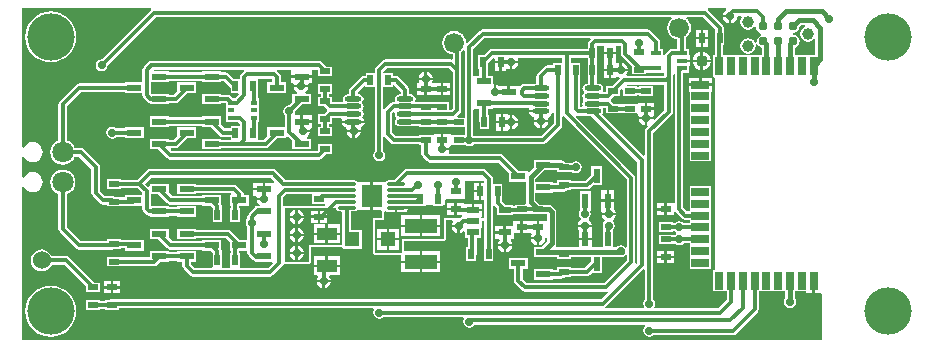
<source format=gtl>
%FSLAX24Y24*%
%MOIN*%
G70*
G01*
G75*
G04 Layer_Physical_Order=1*
G04 Layer_Color=255*
%ADD10R,0.0354X0.0197*%
%ADD11R,0.0197X0.0354*%
%ADD12O,0.0571X0.0177*%
%ADD13R,0.0512X0.0236*%
%ADD14R,0.0236X0.0165*%
%ADD15R,0.0236X0.0512*%
%ADD16R,0.0413X0.0236*%
%ADD17R,0.1102X0.0492*%
%ADD18O,0.0630X0.0118*%
%ADD19R,0.0661X0.0740*%
%ADD20R,0.0512X0.0512*%
%ADD21R,0.0669X0.0433*%
%ADD22C,0.0310*%
%ADD23R,0.0374X0.0177*%
%ADD24R,0.0276X0.0591*%
%ADD25R,0.0591X0.0276*%
%ADD26C,0.0150*%
%ADD27C,0.0120*%
%ADD28R,0.0591X0.0591*%
%ADD29C,0.0591*%
%ADD30C,0.0709*%
%ADD31C,0.0661*%
%ADD32C,0.0390*%
%ADD33C,0.0280*%
%ADD34C,0.0400*%
%ADD35C,0.0197*%
%ADD36C,0.1575*%
%ADD37C,0.0600*%
G36*
X28973Y20625D02*
Y20535D01*
X28919D01*
X28861Y20524D01*
X28812Y20491D01*
X28779Y20442D01*
X28768Y20384D01*
X28779Y20326D01*
X28783Y20321D01*
X28756Y20271D01*
X28728D01*
X28728Y20271D01*
X28673Y20260D01*
X28655Y20247D01*
X28627Y20229D01*
X28627Y20229D01*
X28449Y20051D01*
X28443Y20041D01*
X28393Y20057D01*
Y20763D01*
X28704D01*
Y20826D01*
X28754Y20844D01*
X28973Y20625D01*
D02*
G37*
G36*
X35196Y21663D02*
X35212D01*
Y21587D01*
X35196D01*
Y21113D01*
X35212D01*
Y20885D01*
X35169D01*
X35111Y20874D01*
X35062Y20841D01*
X35029Y20792D01*
X35018Y20734D01*
X35029Y20676D01*
X35062Y20627D01*
Y20585D01*
X35029Y20536D01*
X35018Y20478D01*
X35029Y20420D01*
X35054Y20384D01*
X35059Y20350D01*
X35054Y20316D01*
X35029Y20280D01*
X35018Y20222D01*
X35029Y20164D01*
X35033Y20159D01*
X35006Y20109D01*
X34943D01*
X34938Y20114D01*
Y21113D01*
X34954D01*
Y21587D01*
X34643D01*
Y21757D01*
X35196D01*
Y21663D01*
D02*
G37*
G36*
X30707Y21291D02*
Y20059D01*
X30663Y20015D01*
X30587D01*
Y20263D01*
X30365D01*
X30327Y20271D01*
X30327Y20271D01*
X29476D01*
X29449Y20321D01*
X29453Y20326D01*
X29464Y20384D01*
X29453Y20442D01*
X29420Y20491D01*
X29371Y20524D01*
X29313Y20535D01*
X29259D01*
Y20684D01*
X29248Y20738D01*
X29236Y20757D01*
X29217Y20785D01*
X29217Y20785D01*
X28901Y21101D01*
X28855Y21132D01*
X28800Y21143D01*
X28800Y21143D01*
X28704D01*
Y21237D01*
X28393D01*
Y21291D01*
X28509Y21407D01*
X30591D01*
X30707Y21291D01*
D02*
G37*
G36*
X34357Y21587D02*
X34046D01*
Y21493D01*
X33850D01*
X33850Y21493D01*
X33795Y21482D01*
X33749Y21451D01*
X33533Y21235D01*
X33502Y21188D01*
X33491Y21134D01*
X33491Y21134D01*
Y20885D01*
X33437D01*
X33393Y20877D01*
X33084D01*
X33084Y20877D01*
X33029Y20866D01*
X32983Y20835D01*
X32983Y20835D01*
X32966Y20818D01*
X32919Y20818D01*
Y20818D01*
X32919Y20818D01*
X32603D01*
Y20600D01*
X32523D01*
Y20818D01*
X32210D01*
X32198Y20826D01*
X32144Y20837D01*
Y20600D01*
X32064D01*
Y20864D01*
X32053Y20874D01*
Y21152D01*
X31879D01*
Y21568D01*
X31879Y21572D01*
X32047Y21740D01*
X32097Y21720D01*
Y21640D01*
X32295D01*
Y21600D01*
X32335D01*
Y21323D01*
X32494D01*
Y21363D01*
X32538Y21386D01*
X32556Y21374D01*
X32610Y21363D01*
Y21600D01*
X32650D01*
Y21640D01*
X32887D01*
X32876Y21694D01*
X32863Y21713D01*
X32887Y21757D01*
X34357D01*
Y21587D01*
D02*
G37*
G36*
X34884Y19823D02*
X35125D01*
X35169Y19815D01*
X35316D01*
X36857Y18273D01*
Y14912D01*
X36828Y14890D01*
X36787Y14920D01*
X36793Y14950D01*
X36793Y14950D01*
Y17750D01*
X36793Y17750D01*
X36782Y17805D01*
X36769Y17823D01*
X36751Y17851D01*
X36751Y17851D01*
X34811Y19791D01*
X34811Y19792D01*
X34841Y19832D01*
X34884Y19823D01*
D02*
G37*
G36*
X37757Y20009D02*
X37433Y19685D01*
X37387Y19709D01*
X37387Y19710D01*
X37190D01*
Y19513D01*
X37191Y19513D01*
X37215Y19467D01*
X37149Y19401D01*
X37118Y19355D01*
X37107Y19300D01*
X37107Y19300D01*
Y18498D01*
X37057Y18477D01*
X35672Y19862D01*
X35703Y19908D01*
X35714Y19966D01*
X35703Y20024D01*
X35699Y20029D01*
X35726Y20079D01*
X35813D01*
Y19896D01*
X36287D01*
Y19912D01*
X36363D01*
Y19896D01*
X36823D01*
X36837Y19896D01*
X36873Y19862D01*
Y19856D01*
X36877D01*
X36916Y19806D01*
X36913Y19790D01*
X37387D01*
X37383Y19806D01*
X37423Y19856D01*
X37427D01*
Y20015D01*
X37150D01*
Y20055D01*
X37110D01*
Y20253D01*
X36873D01*
Y20248D01*
X36873Y20248D01*
X36837Y20213D01*
X36823Y20213D01*
X36363D01*
Y20197D01*
X36287D01*
Y20213D01*
X36093D01*
X35987Y20319D01*
X35981Y20335D01*
Y20365D01*
X35987Y20381D01*
X36093Y20487D01*
X36287D01*
Y20674D01*
X36315Y20697D01*
X36363Y20676D01*
Y20487D01*
X36837D01*
Y20503D01*
X36913D01*
Y20487D01*
X37387D01*
Y20804D01*
X36913D01*
Y20788D01*
X36837D01*
Y20804D01*
X36532D01*
X36505Y20854D01*
X36508Y20857D01*
X37757D01*
Y20009D01*
D02*
G37*
G36*
X39453Y22696D02*
Y22637D01*
X39437D01*
Y22163D01*
X39438D01*
Y21838D01*
X39383D01*
Y21177D01*
Y21177D01*
X39383Y21171D01*
Y21167D01*
X39382Y21155D01*
X39380Y21145D01*
X39375Y21126D01*
X39375Y21125D01*
X39369Y21113D01*
X39356Y21105D01*
X39345Y21100D01*
X39328Y21093D01*
X39315Y21091D01*
X39315D01*
X39309Y21091D01*
X39307D01*
X38999D01*
Y20893D01*
X39354D01*
Y21041D01*
X39354Y21047D01*
Y21051D01*
X39355Y21063D01*
X39357Y21073D01*
X39362Y21092D01*
X39362Y21093D01*
X39369Y21105D01*
X39382Y21113D01*
X39392Y21118D01*
X39394Y21119D01*
X39440Y21085D01*
X39441Y21082D01*
X39441Y14708D01*
X39406Y14673D01*
X39383D01*
Y13962D01*
X39832D01*
Y13684D01*
X39541Y13393D01*
X37446D01*
X37419Y13443D01*
X37438Y13472D01*
X37454Y13550D01*
X37438Y13628D01*
X37394Y13694D01*
X37393Y13695D01*
Y19241D01*
X38001Y19849D01*
X38001Y19849D01*
X38032Y19895D01*
X38043Y19950D01*
X38043Y19950D01*
Y21100D01*
Y21185D01*
X38093Y21212D01*
X38107Y21202D01*
Y16931D01*
X38077Y16894D01*
X38057Y16894D01*
X37840D01*
Y16695D01*
Y16497D01*
X38077D01*
Y16617D01*
X38127Y16632D01*
X38149Y16599D01*
X38358Y16390D01*
X38358Y16390D01*
X38404Y16359D01*
X38459Y16348D01*
X38459Y16348D01*
X38604D01*
Y16293D01*
Y16240D01*
X38398D01*
X38397Y16241D01*
X38331Y16286D01*
X38253Y16301D01*
X38175Y16286D01*
X38118Y16247D01*
X38037D01*
Y16263D01*
X37563D01*
Y15946D01*
X38037D01*
Y15962D01*
X38103D01*
X38109Y15953D01*
X38144Y15930D01*
Y15869D01*
X38106Y15844D01*
X38102Y15838D01*
X38037D01*
Y15854D01*
X37563D01*
Y15537D01*
X38037D01*
Y15553D01*
X38111D01*
X38172Y15512D01*
X38250Y15496D01*
X38328Y15512D01*
X38394Y15556D01*
X38398Y15561D01*
X38604D01*
Y15506D01*
Y15112D01*
Y14718D01*
X39314D01*
Y15112D01*
Y15506D01*
Y15899D01*
Y16293D01*
Y16687D01*
Y17081D01*
Y17476D01*
X38604D01*
Y17081D01*
Y16687D01*
Y16634D01*
X38518D01*
X38393Y16759D01*
Y21246D01*
X38580D01*
Y21461D01*
X38620D01*
Y21610D01*
X38333D01*
Y21690D01*
X38620D01*
Y21839D01*
X38580D01*
Y22054D01*
X38476D01*
Y22431D01*
X38529Y22471D01*
X38591Y22553D01*
X38631Y22648D01*
X38644Y22750D01*
X38631Y22852D01*
X38591Y22947D01*
X38529Y23029D01*
X38491Y23057D01*
X38508Y23107D01*
X39041D01*
X39453Y22696D01*
D02*
G37*
G36*
X34399Y19799D02*
X36507Y17691D01*
Y15440D01*
X36457Y15425D01*
X36444Y15444D01*
X36378Y15488D01*
X36300Y15504D01*
X36222Y15488D01*
X36156Y15444D01*
X36150Y15436D01*
X36052D01*
Y16018D01*
X36088Y16072D01*
X36104Y16150D01*
X36088Y16228D01*
X36044Y16294D01*
X36034Y16301D01*
Y16351D01*
X36073Y16377D01*
X36126Y16456D01*
X36137Y16510D01*
X35663D01*
X35674Y16456D01*
X35727Y16377D01*
X35766Y16351D01*
Y16301D01*
X35756Y16294D01*
X35712Y16228D01*
X35696Y16150D01*
X35710Y16079D01*
X35696Y16029D01*
X35696D01*
X35696Y16029D01*
Y15436D01*
X35344D01*
Y15673D01*
X34908D01*
Y15436D01*
X34400D01*
X34352Y15426D01*
X34321Y15432D01*
X34161D01*
X34134Y15482D01*
X34146Y15500D01*
X34158Y15561D01*
Y16600D01*
X34146Y16660D01*
X34112Y16712D01*
X34012Y16812D01*
X33960Y16846D01*
X33900Y16858D01*
X33876Y16853D01*
X33787D01*
Y16854D01*
X33615D01*
X33458Y17011D01*
Y17248D01*
X34029D01*
Y17283D01*
X34400D01*
X34455Y17294D01*
X34501Y17325D01*
X34515Y17346D01*
X34637D01*
Y17362D01*
X35191D01*
X35191Y17362D01*
X35246Y17373D01*
X35292Y17404D01*
X35386Y17497D01*
X35678D01*
Y18129D01*
X35322D01*
Y17837D01*
X35132Y17647D01*
X34637D01*
Y17663D01*
X34163D01*
Y17569D01*
X34029D01*
Y17604D01*
X33458D01*
Y17695D01*
X33759Y17996D01*
X34029D01*
Y18016D01*
X34163D01*
Y17937D01*
X34637D01*
X34637Y17937D01*
Y17937D01*
X34687Y17935D01*
X34722Y17912D01*
X34800Y17896D01*
X34878Y17912D01*
X34944Y17956D01*
X34988Y18022D01*
X35004Y18100D01*
X34988Y18178D01*
X34944Y18244D01*
X34878Y18288D01*
X34800Y18304D01*
X34722Y18288D01*
X34677Y18258D01*
X34461D01*
X34433Y18286D01*
X34382Y18320D01*
X34321Y18332D01*
X34029D01*
Y18352D01*
X33397D01*
Y18082D01*
X33249Y17933D01*
X33203Y17952D01*
Y17978D01*
X32910D01*
X32388Y18501D01*
X32341Y18532D01*
X32287Y18543D01*
X32287Y18543D01*
X30587D01*
X30563Y18587D01*
X30576Y18606D01*
X30587Y18660D01*
X30350D01*
Y18740D01*
X30587D01*
X30584Y18756D01*
X30623Y18806D01*
X30627D01*
Y18812D01*
X30663Y18846D01*
X31120D01*
X31172Y18812D01*
X31250Y18796D01*
X31328Y18812D01*
X31394Y18856D01*
X31398Y18862D01*
X33705D01*
X33705Y18862D01*
X33759Y18873D01*
X33806Y18904D01*
X34306Y19404D01*
X34306Y19404D01*
X34337Y19450D01*
X34347Y19505D01*
X34347Y19505D01*
Y19786D01*
X34397Y19801D01*
X34399Y19799D01*
D02*
G37*
G36*
X31748Y17650D02*
X31757Y17641D01*
Y17577D01*
X31645D01*
Y17300D01*
Y17023D01*
X31757D01*
Y16435D01*
X31722Y16400D01*
X31635D01*
Y16456D01*
X31675D01*
Y16634D01*
X31369D01*
Y16674D01*
X31328D01*
Y16892D01*
X31077D01*
Y16903D01*
X30840D01*
Y16705D01*
Y16506D01*
X31016D01*
X31025Y16494D01*
X31022Y16458D01*
X31007Y16434D01*
X30995Y16432D01*
X30949Y16401D01*
X30948Y16400D01*
X30400D01*
Y15700D01*
X29000D01*
Y15250D01*
X28100D01*
Y16350D01*
X28400D01*
Y16621D01*
X28431Y16635D01*
X28450Y16639D01*
X28499Y16606D01*
X28561Y16594D01*
X28777D01*
Y16756D01*
X28817D01*
Y16796D01*
X29252D01*
X29264Y16810D01*
X29498D01*
X29498Y16810D01*
X29511Y16813D01*
X29763D01*
Y16815D01*
X29799Y16850D01*
X30037D01*
Y16813D01*
X30354D01*
Y16815D01*
X30389Y16850D01*
X30450D01*
X30450Y17015D01*
X30485Y17050D01*
X31100Y17050D01*
X31100Y17650D01*
X31748Y17650D01*
D02*
G37*
G36*
X31107Y21992D02*
Y19754D01*
X30876D01*
X30856Y19804D01*
X30951Y19899D01*
X30951Y19899D01*
X30982Y19945D01*
X30993Y20000D01*
X30993Y20000D01*
Y21350D01*
X30993Y21350D01*
X30993Y21350D01*
Y21944D01*
X31029Y21971D01*
X31057Y22009D01*
X31107Y21992D01*
D02*
G37*
G36*
X33250Y20057D02*
X33258Y20033D01*
X33253Y20006D01*
X33634D01*
Y19926D01*
X33253D01*
X33259Y19893D01*
X33301Y19830D01*
X33363Y19789D01*
X33390Y19783D01*
X33398Y19774D01*
X33420Y19726D01*
X33413Y19690D01*
X33887D01*
X33878Y19732D01*
X33896Y19787D01*
X33904Y19789D01*
X33967Y19830D01*
X34008Y19893D01*
X34012Y19911D01*
X34062Y19906D01*
Y19564D01*
X33646Y19147D01*
X31393D01*
Y20009D01*
X31421Y20048D01*
X31594D01*
Y19618D01*
X31594Y19618D01*
X31596Y19606D01*
Y19363D01*
X31913D01*
Y19837D01*
X31879D01*
Y20048D01*
X32053D01*
Y20083D01*
X33236D01*
X33250Y20057D01*
D02*
G37*
G36*
X28774Y19901D02*
X28768Y19872D01*
X28779Y19814D01*
X28812Y19765D01*
Y19723D01*
X28779Y19674D01*
X28768Y19616D01*
X28779Y19558D01*
X28812Y19509D01*
X28861Y19476D01*
X28919Y19465D01*
X29313D01*
X29357Y19473D01*
X29563D01*
Y19437D01*
X30037D01*
Y19453D01*
X30113D01*
Y19437D01*
X30587D01*
Y19453D01*
X30663D01*
Y19437D01*
X31107D01*
Y19199D01*
X31072Y19163D01*
X30663D01*
X30627Y19198D01*
Y19203D01*
X30390D01*
Y19005D01*
X30310D01*
Y19203D01*
X30073D01*
Y19198D01*
X30037Y19163D01*
X29563D01*
Y19147D01*
X28804D01*
X28693Y19259D01*
Y19891D01*
X28727Y19926D01*
X28774Y19901D01*
D02*
G37*
G36*
X36307Y22141D02*
Y21883D01*
X36307Y21883D01*
X36318Y21829D01*
X36349Y21783D01*
X36663Y21469D01*
Y21196D01*
X37137D01*
Y21251D01*
X37220D01*
Y21246D01*
X37714D01*
Y21246D01*
X37757Y21229D01*
Y21159D01*
X37741Y21143D01*
X36505D01*
X36484Y21193D01*
X36526Y21256D01*
X36537Y21310D01*
X36300D01*
Y21350D01*
X36260D01*
Y21587D01*
X36206Y21576D01*
X36188Y21564D01*
X36144Y21587D01*
Y21623D01*
Y21860D01*
X35747D01*
Y21623D01*
Y21390D01*
X35945D01*
Y21350D01*
X35985D01*
Y21073D01*
X36144D01*
Y21113D01*
X36188Y21136D01*
X36206Y21124D01*
X36248Y21116D01*
X36264Y21061D01*
X36007Y20804D01*
X35813D01*
Y20621D01*
X35726D01*
X35699Y20671D01*
X35703Y20676D01*
X35714Y20734D01*
X35703Y20792D01*
X35670Y20841D01*
X35621Y20874D01*
X35563Y20885D01*
X35497D01*
Y21113D01*
X35513D01*
Y21587D01*
X35497D01*
Y21663D01*
X35513D01*
Y22137D01*
X35555Y22157D01*
X35747D01*
Y21940D01*
X36144D01*
Y22157D01*
X36291D01*
X36307Y22141D01*
D02*
G37*
G36*
X35305Y22357D02*
X35254Y22306D01*
X35223Y22259D01*
X35212Y22205D01*
X35212Y22205D01*
Y22137D01*
X35196D01*
Y22043D01*
X32005D01*
X32005Y22043D01*
X31950Y22032D01*
X31904Y22001D01*
X31904Y22001D01*
X31740Y21837D01*
X31546D01*
Y21363D01*
X31594D01*
Y21187D01*
X31559Y21152D01*
X31421D01*
X31393Y21191D01*
Y22041D01*
X31759Y22407D01*
X35285D01*
X35305Y22357D01*
D02*
G37*
G36*
X42459Y22792D02*
X42450Y22790D01*
X42366Y22734D01*
X42310Y22650D01*
X42290Y22550D01*
X42310Y22450D01*
X42366Y22366D01*
X42450Y22310D01*
X42550Y22290D01*
X42649Y22310D01*
X42734Y22366D01*
X42742Y22378D01*
X42792Y22363D01*
Y21838D01*
X42101D01*
Y22091D01*
X42134Y22097D01*
X42205Y22145D01*
X42253Y22216D01*
X42269Y22300D01*
X42253Y22384D01*
X42205Y22455D01*
X42134Y22503D01*
X42050Y22519D01*
Y22581D01*
X42134Y22597D01*
X42205Y22645D01*
X42253Y22716D01*
X42268Y22795D01*
X42315Y22842D01*
X42454D01*
X42459Y22792D01*
D02*
G37*
G36*
X39815Y23348D02*
X39777Y23323D01*
X39724Y23244D01*
X39713Y23190D01*
X39950D01*
Y23150D01*
X39990D01*
Y22913D01*
X40044Y22924D01*
X40123Y22977D01*
X40176Y23056D01*
X40195Y23150D01*
X40201Y23157D01*
X40322D01*
X40348Y23107D01*
X40310Y23049D01*
X40290Y22950D01*
X40310Y22850D01*
X40366Y22766D01*
X40451Y22710D01*
X40550Y22690D01*
X40649Y22710D01*
X40734Y22766D01*
X40743Y22780D01*
X40796Y22769D01*
X40810Y22701D01*
X40866Y22616D01*
X40950Y22560D01*
X40974Y22555D01*
Y22504D01*
X40966Y22503D01*
X40895Y22455D01*
X40847Y22384D01*
X40831Y22300D01*
X40838Y22265D01*
Y22265D01*
X40839Y22260D01*
X40839Y22260D01*
X40837Y22260D01*
X40836Y22259D01*
X40792Y22250D01*
X40790Y22250D01*
X40790Y22250D01*
X40787Y22254D01*
Y22254D01*
X40734Y22334D01*
X40649Y22390D01*
X40550Y22410D01*
X40451Y22390D01*
X40366Y22334D01*
X40310Y22250D01*
X40290Y22150D01*
X40310Y22050D01*
X40366Y21966D01*
X40451Y21910D01*
X40550Y21890D01*
X40649Y21910D01*
X40734Y21966D01*
X40790Y22050D01*
X40810Y22150D01*
X40800Y22201D01*
Y22201D01*
X40799Y22206D01*
X40799Y22206D01*
X40801Y22206D01*
X40802Y22206D01*
X40846Y22216D01*
X40847Y22216D01*
X40848Y22216D01*
X40850Y22212D01*
Y22212D01*
X40895Y22145D01*
X40966Y22097D01*
X40997Y22091D01*
Y21838D01*
X39723D01*
Y22163D01*
X39754D01*
Y22637D01*
X39738D01*
Y22755D01*
X39738Y22755D01*
X39727Y22809D01*
X39696Y22856D01*
X39204Y23348D01*
X39204Y23359D01*
X39220Y23398D01*
X39800D01*
X39815Y23348D01*
D02*
G37*
G36*
X37107Y14685D02*
Y13695D01*
X37106Y13694D01*
X37062Y13628D01*
X37046Y13550D01*
X37062Y13472D01*
X37081Y13443D01*
X37054Y13393D01*
X35807D01*
X35791Y13443D01*
X35801Y13449D01*
X37057Y14705D01*
X37107Y14685D01*
D02*
G37*
G36*
X20646Y23359D02*
X20646Y23348D01*
X19002Y21704D01*
X19000Y21704D01*
X18922Y21688D01*
X18856Y21644D01*
X18812Y21578D01*
X18796Y21500D01*
X18812Y21422D01*
X18856Y21356D01*
X18922Y21312D01*
X19000Y21296D01*
X19078Y21312D01*
X19144Y21356D01*
X19188Y21422D01*
X19204Y21500D01*
X19204Y21502D01*
X20809Y23107D01*
X37992D01*
X38009Y23057D01*
X37971Y23029D01*
X37909Y22947D01*
X37869Y22852D01*
X37856Y22750D01*
X37869Y22648D01*
X37909Y22553D01*
X37971Y22471D01*
X38053Y22409D01*
X38148Y22369D01*
X38190Y22364D01*
Y22054D01*
X38086D01*
Y22049D01*
X38006D01*
X38006Y22049D01*
X37951Y22038D01*
X37905Y22007D01*
X37905Y22007D01*
X37799Y21901D01*
X37768Y21855D01*
X37764Y21834D01*
X37714Y21839D01*
Y22054D01*
X37610D01*
Y22283D01*
X37610Y22283D01*
X37599Y22338D01*
X37568Y22384D01*
X37568Y22384D01*
X37301Y22651D01*
X37255Y22682D01*
X37200Y22693D01*
X37200Y22693D01*
X31700D01*
X31700Y22693D01*
X31645Y22682D01*
X31599Y22651D01*
X31599Y22651D01*
X31193Y22245D01*
X31179Y22246D01*
X31142Y22265D01*
X31131Y22352D01*
X31091Y22447D01*
X31029Y22529D01*
X30947Y22591D01*
X30852Y22631D01*
X30750Y22644D01*
X30648Y22631D01*
X30553Y22591D01*
X30471Y22529D01*
X30409Y22447D01*
X30369Y22352D01*
X30356Y22250D01*
X30369Y22148D01*
X30409Y22053D01*
X30471Y21971D01*
X30553Y21909D01*
X30648Y21869D01*
X30707Y21862D01*
Y21732D01*
X30657Y21691D01*
X30650Y21693D01*
X30650Y21693D01*
X28450D01*
X28450Y21693D01*
X28395Y21682D01*
X28349Y21651D01*
X28349Y21651D01*
X28149Y21451D01*
X28118Y21405D01*
X28107Y21350D01*
X28107Y21350D01*
Y21237D01*
X27796D01*
Y21147D01*
X27750Y21143D01*
X27695Y21132D01*
X27649Y21101D01*
X27283Y20735D01*
X27252Y20688D01*
X27241Y20634D01*
X27241Y20634D01*
Y20535D01*
X27187D01*
X27129Y20524D01*
X27080Y20491D01*
X27047Y20442D01*
X27036Y20384D01*
X27047Y20326D01*
X27051Y20321D01*
X27024Y20271D01*
X26687D01*
Y20454D01*
X26593D01*
Y20546D01*
X26687D01*
Y20863D01*
X26213D01*
Y20546D01*
X26307D01*
Y20454D01*
X26213D01*
Y20137D01*
X26407D01*
X26513Y20031D01*
X26516Y20022D01*
Y19978D01*
X26513Y19969D01*
X26407Y19863D01*
X26213D01*
Y19546D01*
X26307D01*
Y19454D01*
X26213D01*
Y19137D01*
X26687D01*
Y19454D01*
X26593D01*
Y19546D01*
X26687D01*
Y19729D01*
X26980D01*
X27007Y19679D01*
X27003Y19656D01*
X27765D01*
X27758Y19690D01*
X27717Y19752D01*
X27691Y19769D01*
X27721Y19814D01*
X27732Y19872D01*
X27721Y19930D01*
X27696Y19966D01*
X27691Y20000D01*
X27696Y20034D01*
X27721Y20070D01*
X27732Y20128D01*
X27721Y20186D01*
X27688Y20235D01*
Y20277D01*
X27721Y20326D01*
X27732Y20384D01*
X27721Y20442D01*
X27688Y20491D01*
X27639Y20524D01*
X27581Y20535D01*
X27552D01*
X27537Y20585D01*
X27750Y20798D01*
X27796Y20779D01*
Y20763D01*
X28107D01*
Y18645D01*
X28106Y18644D01*
X28062Y18578D01*
X28046Y18500D01*
X28062Y18422D01*
X28106Y18356D01*
X28172Y18312D01*
X28250Y18296D01*
X28328Y18312D01*
X28394Y18356D01*
X28438Y18422D01*
X28454Y18500D01*
X28438Y18578D01*
X28394Y18644D01*
X28393Y18645D01*
Y19093D01*
X28443Y19109D01*
X28449Y19099D01*
X28644Y18904D01*
X28691Y18873D01*
X28745Y18862D01*
X28745Y18862D01*
X29563D01*
Y18846D01*
X29657D01*
Y18550D01*
X29657Y18550D01*
X29668Y18495D01*
X29699Y18449D01*
X29849Y18299D01*
X29895Y18268D01*
X29950Y18257D01*
X29950Y18257D01*
X32227D01*
X32571Y17914D01*
Y17622D01*
X33142D01*
Y16945D01*
X33150Y16904D01*
X33119Y16854D01*
X32763D01*
Y16817D01*
X32698D01*
Y16852D01*
X32455D01*
X32338Y16969D01*
Y17063D01*
X32354D01*
Y17537D01*
X32043D01*
Y17700D01*
X32043Y17700D01*
X32032Y17755D01*
X32001Y17801D01*
X32001Y17801D01*
X31801Y18001D01*
X31755Y18032D01*
X31700Y18043D01*
X31700Y18043D01*
X29173D01*
X29173Y18043D01*
X29119Y18032D01*
X29072Y18001D01*
X29072Y18001D01*
X28736Y17665D01*
X28561D01*
X28515Y17656D01*
X28476Y17630D01*
X28431Y17620D01*
X28431Y17620D01*
X28431Y17620D01*
X28040D01*
Y17150D01*
Y16680D01*
X28304D01*
X28339Y16644D01*
X28340Y16632D01*
X28335Y16621D01*
Y16415D01*
X28100D01*
X28054Y16396D01*
X28035Y16350D01*
Y15250D01*
X28054Y15204D01*
X28100Y15185D01*
X28989D01*
Y14990D01*
X29600D01*
Y15296D01*
X29065D01*
Y15635D01*
X30400D01*
X30446Y15654D01*
X30465Y15700D01*
Y16335D01*
X30675D01*
X30702Y16285D01*
X30674Y16244D01*
X30663Y16190D01*
X30900D01*
Y16150D01*
X30940D01*
Y15913D01*
X30994Y15924D01*
X31052Y15963D01*
X31102Y15937D01*
Y15748D01*
X31212D01*
Y15437D01*
X31146D01*
Y14963D01*
X31463D01*
Y15110D01*
X31487Y15145D01*
X31497Y15200D01*
Y15748D01*
X31635D01*
Y16082D01*
X31675D01*
Y16322D01*
X31715Y16331D01*
X31757Y16299D01*
Y15437D01*
X31737D01*
Y14963D01*
X32054D01*
Y15437D01*
X32043D01*
Y16797D01*
X32093Y16812D01*
X32094Y16809D01*
X32165Y16739D01*
Y16496D01*
X32698D01*
Y16531D01*
X32979D01*
X32979Y16531D01*
X33007Y16537D01*
X33237D01*
Y16553D01*
X33313D01*
Y16537D01*
X33787D01*
Y16537D01*
X33839D01*
X33842Y16535D01*
Y16347D01*
X33827Y16303D01*
X33792Y16303D01*
X33590D01*
Y16105D01*
X33510D01*
Y16303D01*
X33040D01*
Y16105D01*
Y15906D01*
X33313D01*
X33336Y15862D01*
X33324Y15844D01*
X33313Y15790D01*
X33550D01*
Y15750D01*
X33590D01*
Y15513D01*
X33644Y15524D01*
X33723Y15577D01*
X33776Y15656D01*
X33792Y15736D01*
X33842Y15731D01*
Y15626D01*
X33668Y15452D01*
X33397D01*
Y15096D01*
X34029D01*
Y15116D01*
X34163D01*
Y15037D01*
X34637D01*
Y15119D01*
X35322D01*
Y14960D01*
X35109Y14747D01*
X34637D01*
Y14763D01*
X34163D01*
Y14669D01*
X34029D01*
Y14704D01*
X33397D01*
Y14348D01*
X34029D01*
Y14383D01*
X34321D01*
X34321Y14383D01*
X34376Y14394D01*
X34422Y14425D01*
X34443Y14446D01*
X34637D01*
Y14462D01*
X35168D01*
X35168Y14462D01*
X35223Y14473D01*
X35269Y14504D01*
X35336Y14571D01*
X35678D01*
Y15119D01*
X36210D01*
X36222Y15112D01*
X36300Y15096D01*
X36378Y15112D01*
X36444Y15156D01*
X36457Y15175D01*
X36507Y15160D01*
Y15009D01*
X35741Y14243D01*
X33159D01*
X33029Y14373D01*
Y14722D01*
X33203D01*
Y15078D01*
X32571D01*
Y14722D01*
X32744D01*
Y14313D01*
X32744Y14313D01*
X32755Y14259D01*
X32786Y14212D01*
X32999Y13999D01*
X32999Y13999D01*
X33027Y13981D01*
X33045Y13968D01*
X33100Y13957D01*
X35800D01*
X35800Y13957D01*
X35843Y13966D01*
X35872Y13926D01*
X35873Y13925D01*
X35641Y13693D01*
X19300D01*
X19245Y13682D01*
X19217Y13663D01*
X19113D01*
Y13647D01*
X18937D01*
Y13663D01*
X18463D01*
Y13346D01*
X18937D01*
Y13362D01*
X19113D01*
Y13346D01*
X19587D01*
Y13407D01*
X28054D01*
X28081Y13357D01*
X28062Y13328D01*
X28046Y13250D01*
X28062Y13172D01*
X28106Y13106D01*
X28172Y13062D01*
X28250Y13046D01*
X28328Y13062D01*
X28394Y13106D01*
X28395Y13107D01*
X31054D01*
X31081Y13057D01*
X31062Y13028D01*
X31046Y12950D01*
X31062Y12872D01*
X31106Y12806D01*
X31172Y12762D01*
X31250Y12746D01*
X31328Y12762D01*
X31394Y12806D01*
X31429Y12857D01*
X37110D01*
X37125Y12807D01*
X37106Y12794D01*
X37062Y12728D01*
X37046Y12650D01*
X37062Y12572D01*
X37106Y12506D01*
X37172Y12462D01*
X37250Y12446D01*
X37328Y12462D01*
X37394Y12506D01*
X37395Y12507D01*
X40050D01*
X40050Y12507D01*
X40105Y12518D01*
X40151Y12549D01*
X40863Y13261D01*
X40863Y13261D01*
X40894Y13307D01*
X40905Y13362D01*
X40905Y13362D01*
Y13962D01*
X41785D01*
Y13731D01*
X41755Y13685D01*
X41739Y13607D01*
X41755Y13529D01*
X41799Y13463D01*
X41865Y13419D01*
X41943Y13403D01*
X42021Y13419D01*
X42087Y13463D01*
X42131Y13529D01*
X42147Y13607D01*
X42131Y13685D01*
X42101Y13731D01*
Y13962D01*
X42493D01*
Y13922D01*
X42690D01*
Y14317D01*
X42770D01*
Y13922D01*
X42968D01*
X43000Y13885D01*
Y12352D01*
X16352D01*
Y17433D01*
X16402Y17443D01*
X16407Y17431D01*
X16461Y17361D01*
X16531Y17307D01*
X16612Y17273D01*
X16700Y17262D01*
X16788Y17273D01*
X16869Y17307D01*
X16939Y17361D01*
X16993Y17431D01*
X17027Y17512D01*
X17038Y17600D01*
X17027Y17688D01*
X16993Y17769D01*
X16939Y17839D01*
X16869Y17893D01*
X16788Y17927D01*
X16700Y17938D01*
X16612Y17927D01*
X16531Y17893D01*
X16461Y17839D01*
X16407Y17769D01*
X16402Y17757D01*
X16352Y17767D01*
Y18433D01*
X16402Y18443D01*
X16407Y18431D01*
X16461Y18361D01*
X16531Y18307D01*
X16612Y18273D01*
X16700Y18262D01*
X16788Y18273D01*
X16869Y18307D01*
X16939Y18361D01*
X16993Y18431D01*
X17027Y18512D01*
X17038Y18600D01*
X17027Y18688D01*
X16993Y18769D01*
X16939Y18839D01*
X16869Y18893D01*
X16788Y18927D01*
X16700Y18938D01*
X16612Y18927D01*
X16531Y18893D01*
X16461Y18839D01*
X16407Y18769D01*
X16402Y18757D01*
X16352Y18767D01*
Y23398D01*
X20630D01*
X20646Y23359D01*
D02*
G37*
%LPC*%
G36*
X32392Y16144D02*
X32125D01*
Y15966D01*
X32392D01*
Y16144D01*
D02*
G37*
G36*
X19627Y14055D02*
X19390D01*
Y13897D01*
X19627D01*
Y14055D01*
D02*
G37*
G36*
X28896Y16056D02*
X28581D01*
Y15740D01*
X28896D01*
Y16056D01*
D02*
G37*
G36*
X35304Y17303D02*
X34948D01*
Y16682D01*
X34912Y16628D01*
X34896Y16550D01*
X34912Y16472D01*
X34956Y16406D01*
X34966Y16399D01*
Y16349D01*
X34927Y16323D01*
X34874Y16244D01*
X34863Y16190D01*
X35337D01*
X35326Y16244D01*
X35273Y16323D01*
X35234Y16349D01*
Y16399D01*
X35244Y16406D01*
X35288Y16472D01*
X35304Y16550D01*
X35290Y16621D01*
X35304Y16671D01*
X35304D01*
X35304Y16671D01*
Y17303D01*
D02*
G37*
G36*
X29600Y16110D02*
X28989D01*
Y15804D01*
X29600D01*
Y16110D01*
D02*
G37*
G36*
X30291D02*
X29680D01*
Y15804D01*
X30291D01*
Y16110D01*
D02*
G37*
G36*
X30860Y16110D02*
X30663D01*
X30674Y16056D01*
X30727Y15977D01*
X30806Y15924D01*
X30860Y15913D01*
Y16110D01*
D02*
G37*
G36*
X35337D02*
X34863D01*
X34874Y16056D01*
X34908Y16006D01*
Y15753D01*
X35344D01*
Y16069D01*
X35344D01*
X35332Y16084D01*
X35337Y16110D01*
D02*
G37*
G36*
X29227Y16716D02*
X28857D01*
Y16594D01*
X29073D01*
X29135Y16606D01*
X29188Y16642D01*
X29223Y16694D01*
X29227Y16716D01*
D02*
G37*
G36*
X17300Y14152D02*
X17134Y14135D01*
X16974Y14087D01*
X16827Y14008D01*
X16698Y13902D01*
X16592Y13773D01*
X16513Y13626D01*
X16465Y13466D01*
X16449Y13300D01*
X16465Y13134D01*
X16513Y12974D01*
X16592Y12827D01*
X16698Y12698D01*
X16827Y12592D01*
X16974Y12513D01*
X17134Y12465D01*
X17300Y12449D01*
X17466Y12465D01*
X17626Y12513D01*
X17773Y12592D01*
X17902Y12698D01*
X18008Y12827D01*
X18087Y12974D01*
X18135Y13134D01*
X18152Y13300D01*
X18135Y13466D01*
X18087Y13626D01*
X18008Y13773D01*
X17902Y13902D01*
X17773Y14008D01*
X17626Y14087D01*
X17466Y14135D01*
X17300Y14152D01*
D02*
G37*
G36*
X36092Y16947D02*
X35656D01*
Y16631D01*
X35656D01*
X35668Y16616D01*
X35663Y16590D01*
X36137D01*
X36126Y16644D01*
X36092Y16694D01*
Y16947D01*
D02*
G37*
G36*
X30760Y16903D02*
X30523D01*
Y16745D01*
X30760D01*
Y16903D01*
D02*
G37*
G36*
X37760Y16894D02*
X37523D01*
Y16735D01*
X37760D01*
Y16894D01*
D02*
G37*
G36*
X31675Y16892D02*
X31409D01*
Y16714D01*
X31675D01*
Y16892D01*
D02*
G37*
G36*
X19310Y14055D02*
X19073D01*
Y13897D01*
X19310D01*
Y14055D01*
D02*
G37*
G36*
X30291Y16496D02*
X29680D01*
Y16190D01*
X30291D01*
Y16496D01*
D02*
G37*
G36*
X29600D02*
X28989D01*
Y16190D01*
X29600D01*
Y16496D01*
D02*
G37*
G36*
X30760Y16665D02*
X30523D01*
Y16506D01*
X30760D01*
Y16665D01*
D02*
G37*
G36*
X37760Y16655D02*
X37523D01*
Y16497D01*
X37760D01*
Y16655D01*
D02*
G37*
G36*
X22153Y17552D02*
X21521D01*
Y17196D01*
X22153D01*
Y17231D01*
X23323D01*
X23325Y17228D01*
X23298Y17178D01*
X23271D01*
Y16822D01*
X23303D01*
Y16737D01*
X23287D01*
Y16263D01*
X23604D01*
Y16737D01*
X23588D01*
Y16800D01*
X23610Y16822D01*
X23903D01*
Y17178D01*
X23761D01*
X23729Y17213D01*
X23718Y17268D01*
X23706Y17287D01*
X23688Y17314D01*
X23688Y17314D01*
X23527Y17475D01*
X23481Y17506D01*
X23426Y17517D01*
X23426Y17517D01*
X22153D01*
Y17552D01*
D02*
G37*
G36*
X28501Y16056D02*
X28185D01*
Y15740D01*
X28501D01*
Y16056D01*
D02*
G37*
G36*
X26935Y15135D02*
X26540D01*
Y14858D01*
X26935D01*
Y15135D01*
D02*
G37*
G36*
X26460D02*
X26065D01*
Y14858D01*
X26460D01*
Y15135D01*
D02*
G37*
G36*
X26360Y14260D02*
X26163D01*
X26174Y14206D01*
X26227Y14127D01*
X26306Y14074D01*
X26360Y14063D01*
Y14260D01*
D02*
G37*
G36*
X38077Y15065D02*
X37840D01*
Y14906D01*
X38077D01*
Y15065D01*
D02*
G37*
G36*
X37760D02*
X37523D01*
Y14906D01*
X37760D01*
Y15065D01*
D02*
G37*
G36*
X30291Y14910D02*
X29680D01*
Y14604D01*
X30291D01*
Y14910D01*
D02*
G37*
G36*
X19627Y14294D02*
X19390D01*
Y14135D01*
X19627D01*
Y14294D01*
D02*
G37*
G36*
X19310D02*
X19073D01*
Y14135D01*
X19310D01*
Y14294D01*
D02*
G37*
G36*
X26935Y14778D02*
X26065D01*
Y14502D01*
X26187D01*
X26213Y14452D01*
X26174Y14394D01*
X26163Y14340D01*
X26637D01*
X26626Y14394D01*
X26587Y14452D01*
X26613Y14502D01*
X26935D01*
Y14778D01*
D02*
G37*
G36*
X26637Y14260D02*
X26440D01*
Y14063D01*
X26494Y14074D01*
X26573Y14127D01*
X26626Y14206D01*
X26637Y14260D01*
D02*
G37*
G36*
X29600Y14910D02*
X28989D01*
Y14604D01*
X29600D01*
Y14910D01*
D02*
G37*
G36*
X28896Y15660D02*
X28581D01*
Y15344D01*
X28896D01*
Y15660D01*
D02*
G37*
G36*
X28501D02*
X28185D01*
Y15344D01*
X28501D01*
Y15660D01*
D02*
G37*
G36*
X17000Y15363D02*
X16906Y15351D01*
X16818Y15314D01*
X16743Y15257D01*
X16686Y15182D01*
X16649Y15094D01*
X16637Y15000D01*
X16649Y14906D01*
X16686Y14818D01*
X16743Y14743D01*
X16818Y14686D01*
X16906Y14649D01*
X17000Y14637D01*
X17094Y14649D01*
X17182Y14686D01*
X17257Y14743D01*
X17314Y14818D01*
X17331Y14857D01*
X17736D01*
X18463Y14131D01*
Y13937D01*
X18937D01*
Y14254D01*
X18743D01*
X17896Y15101D01*
X17850Y15132D01*
X17795Y15143D01*
X17795Y15143D01*
X17331D01*
X17314Y15182D01*
X17257Y15257D01*
X17182Y15314D01*
X17094Y15351D01*
X17000Y15363D01*
D02*
G37*
G36*
X32960Y16303D02*
X32723D01*
Y16144D01*
X32471D01*
Y15926D01*
X32431D01*
Y15886D01*
X32125D01*
Y15708D01*
X32245D01*
X32247Y15705D01*
X32267Y15658D01*
X32224Y15594D01*
X32213Y15540D01*
X32687D01*
X32676Y15594D01*
X32633Y15658D01*
X32653Y15705D01*
X32655Y15708D01*
X32738D01*
Y15906D01*
X32960D01*
Y16105D01*
Y16303D01*
D02*
G37*
G36*
X33510Y15710D02*
X33313D01*
X33324Y15656D01*
X33377Y15577D01*
X33456Y15524D01*
X33510Y15513D01*
Y15710D01*
D02*
G37*
G36*
X17700Y18018D02*
X17592Y18004D01*
X17491Y17962D01*
X17405Y17895D01*
X17338Y17809D01*
X17296Y17708D01*
X17282Y17600D01*
X17296Y17492D01*
X17338Y17391D01*
X17405Y17305D01*
X17491Y17238D01*
X17557Y17211D01*
Y16050D01*
X17557Y16050D01*
X17568Y15995D01*
X17599Y15949D01*
X18149Y15399D01*
X18149Y15399D01*
X18177Y15381D01*
X18195Y15368D01*
X18250Y15357D01*
X19355D01*
X19355Y15357D01*
X19409Y15368D01*
X19437Y15387D01*
X19637D01*
Y15403D01*
X19771D01*
Y15322D01*
X20403D01*
Y15678D01*
X20091D01*
X20041Y15688D01*
X20041Y15688D01*
X19637D01*
Y15704D01*
X19163D01*
Y15643D01*
X18309D01*
X17843Y16109D01*
Y17211D01*
X17909Y17238D01*
X17996Y17305D01*
X18062Y17391D01*
X18104Y17492D01*
X18118Y17600D01*
X18104Y17708D01*
X18062Y17809D01*
X17996Y17895D01*
X17909Y17962D01*
X17808Y18004D01*
X17700Y18018D01*
D02*
G37*
G36*
X37760Y15303D02*
X37523D01*
Y15145D01*
X37760D01*
Y15303D01*
D02*
G37*
G36*
X30291Y15296D02*
X29680D01*
Y14990D01*
X30291D01*
Y15296D01*
D02*
G37*
G36*
X38077Y15303D02*
X37840D01*
Y15145D01*
X38077D01*
Y15303D01*
D02*
G37*
G36*
X32687Y15460D02*
X32490D01*
Y15263D01*
X32544Y15274D01*
X32623Y15327D01*
X32676Y15406D01*
X32687Y15460D01*
D02*
G37*
G36*
X32410D02*
X32213D01*
X32224Y15406D01*
X32277Y15327D01*
X32356Y15274D01*
X32410Y15263D01*
Y15460D01*
D02*
G37*
G36*
X32305Y19877D02*
X32147D01*
Y19640D01*
X32305D01*
Y19877D01*
D02*
G37*
G36*
X37110Y19710D02*
X36913D01*
X36924Y19656D01*
X36977Y19577D01*
X37056Y19524D01*
X37110Y19513D01*
Y19710D01*
D02*
G37*
G36*
X38960Y21610D02*
X38703D01*
X38708Y21572D01*
X38738Y21499D01*
X38786Y21436D01*
X38849Y21388D01*
X38922Y21358D01*
X38960Y21353D01*
Y21610D01*
D02*
G37*
G36*
X29840Y21287D02*
Y21090D01*
X30037D01*
X30026Y21144D01*
X29973Y21223D01*
X29894Y21276D01*
X29840Y21287D01*
D02*
G37*
G36*
X32255Y21560D02*
X32097D01*
Y21323D01*
X32255D01*
Y21560D01*
D02*
G37*
G36*
X33887Y19610D02*
X33690D01*
Y19413D01*
X33744Y19424D01*
X33823Y19477D01*
X33876Y19556D01*
X33887Y19610D01*
D02*
G37*
G36*
X32887Y21560D02*
X32690D01*
Y21363D01*
X32744Y21374D01*
X32823Y21427D01*
X32876Y21506D01*
X32887Y21560D01*
D02*
G37*
G36*
X32544Y19877D02*
X32385D01*
Y19600D01*
Y19323D01*
X32544D01*
Y19327D01*
X32594Y19367D01*
X32610Y19363D01*
Y19600D01*
Y19837D01*
X32594Y19834D01*
X32544Y19873D01*
Y19877D01*
D02*
G37*
G36*
X39297Y21610D02*
X39040D01*
Y21353D01*
X39078Y21358D01*
X39151Y21388D01*
X39214Y21436D01*
X39262Y21499D01*
X39292Y21572D01*
X39297Y21610D01*
D02*
G37*
G36*
X33610Y19610D02*
X33413D01*
X33424Y19556D01*
X33477Y19477D01*
X33556Y19424D01*
X33610Y19413D01*
Y19610D01*
D02*
G37*
G36*
X32887Y19560D02*
X32690D01*
Y19363D01*
X32744Y19374D01*
X32823Y19427D01*
X32876Y19506D01*
X32887Y19560D01*
D02*
G37*
G36*
X30627Y20655D02*
X30390D01*
Y20497D01*
X30627D01*
Y20655D01*
D02*
G37*
G36*
X35905Y21310D02*
X35747D01*
Y21073D01*
X35905D01*
Y21310D01*
D02*
G37*
G36*
X30627Y20894D02*
X30390D01*
Y20735D01*
X30627D01*
Y20894D01*
D02*
G37*
G36*
X38919Y21091D02*
X38564D01*
Y20893D01*
X38919D01*
Y21091D01*
D02*
G37*
G36*
X26019Y21084D02*
X25307D01*
Y20906D01*
X25377D01*
X25416Y20856D01*
X25413Y20840D01*
X25887D01*
X25884Y20856D01*
X25923Y20906D01*
X26019D01*
Y21084D01*
D02*
G37*
G36*
X29760Y21287D02*
X29706Y21276D01*
X29627Y21223D01*
X29574Y21144D01*
X29563Y21090D01*
X29760D01*
Y21287D01*
D02*
G37*
G36*
X26019Y19842D02*
X25703D01*
Y19664D01*
X26019D01*
Y19842D01*
D02*
G37*
G36*
X32690Y19837D02*
Y19640D01*
X32887D01*
X32876Y19694D01*
X32823Y19773D01*
X32744Y19826D01*
X32690Y19837D01*
D02*
G37*
G36*
X37427Y20253D02*
X37190D01*
Y20095D01*
X37427D01*
Y20253D01*
D02*
G37*
G36*
X30037Y21010D02*
X29563D01*
X29574Y20956D01*
X29586Y20938D01*
X29563Y20894D01*
X29523D01*
Y20735D01*
X29800D01*
Y20695D01*
X29840D01*
Y20497D01*
X30310D01*
Y20695D01*
Y20894D01*
X30037D01*
X30014Y20938D01*
X30026Y20956D01*
X30037Y21010D01*
D02*
G37*
G36*
X29760Y20655D02*
X29523D01*
Y20497D01*
X29760D01*
Y20655D01*
D02*
G37*
G36*
X36340Y21587D02*
Y21390D01*
X36537D01*
X36526Y21444D01*
X36473Y21523D01*
X36394Y21576D01*
X36340Y21587D01*
D02*
G37*
G36*
X39203Y22677D02*
X39045D01*
Y22440D01*
X39203D01*
Y22677D01*
D02*
G37*
G36*
X39910Y23110D02*
X39713D01*
X39724Y23056D01*
X39777Y22977D01*
X39856Y22924D01*
X39910Y22913D01*
Y23110D01*
D02*
G37*
G36*
X38965Y22677D02*
X38806D01*
Y22440D01*
X38965D01*
Y22677D01*
D02*
G37*
G36*
X22153Y19428D02*
X21521D01*
Y19136D01*
X21403Y19019D01*
X21229D01*
Y19054D01*
X20597D01*
Y18698D01*
X20890D01*
X21188Y18399D01*
X21188Y18399D01*
X21235Y18368D01*
X21289Y18357D01*
X21289Y18357D01*
X26250D01*
X26250Y18357D01*
X26305Y18368D01*
X26351Y18399D01*
X26498Y18546D01*
X26687D01*
Y18863D01*
X26213D01*
Y18665D01*
X26191Y18643D01*
X21349D01*
X21304Y18687D01*
X21323Y18733D01*
X21463D01*
X21463Y18733D01*
X21517Y18744D01*
X21564Y18775D01*
X21860Y19072D01*
X22153D01*
Y19428D01*
D02*
G37*
G36*
X39203Y22360D02*
X39045D01*
Y22123D01*
X39203D01*
Y22360D01*
D02*
G37*
G36*
X39354Y20813D02*
X38564D01*
Y20615D01*
X38604D01*
Y20261D01*
Y19868D01*
Y19474D01*
Y19080D01*
Y18686D01*
Y18293D01*
X39314D01*
Y18686D01*
Y19080D01*
Y19474D01*
Y19868D01*
Y20261D01*
Y20615D01*
X39354D01*
Y20813D01*
D02*
G37*
G36*
X35834Y17343D02*
X35656D01*
Y17027D01*
X35834D01*
Y17343D01*
D02*
G37*
G36*
X31565Y17260D02*
X31406D01*
Y17023D01*
X31565D01*
Y17260D01*
D02*
G37*
G36*
X36092Y17343D02*
X35914D01*
Y17027D01*
X36092D01*
Y17343D01*
D02*
G37*
G36*
X24373Y17592D02*
X24057D01*
Y17414D01*
X24373D01*
Y17592D01*
D02*
G37*
G36*
X31565Y17577D02*
X31406D01*
Y17340D01*
X31565D01*
Y17577D01*
D02*
G37*
G36*
X19350Y19454D02*
X19272Y19438D01*
X19206Y19394D01*
X19162Y19328D01*
X19146Y19250D01*
X19162Y19172D01*
X19206Y19106D01*
X19272Y19062D01*
X19350Y19046D01*
X19428Y19062D01*
X19494Y19106D01*
X19495Y19107D01*
X19771D01*
Y19072D01*
X20403D01*
Y19428D01*
X19771D01*
Y19393D01*
X19495D01*
X19494Y19394D01*
X19428Y19438D01*
X19350Y19454D01*
D02*
G37*
G36*
X27637Y19260D02*
X27440D01*
Y19063D01*
X27494Y19074D01*
X27573Y19127D01*
X27626Y19206D01*
X27637Y19260D01*
D02*
G37*
G36*
X32305Y19560D02*
X32147D01*
Y19323D01*
X32305D01*
Y19560D01*
D02*
G37*
G36*
X17300Y23301D02*
X17134Y23285D01*
X16974Y23237D01*
X16827Y23158D01*
X16698Y23052D01*
X16592Y22923D01*
X16513Y22776D01*
X16465Y22616D01*
X16449Y22450D01*
X16465Y22284D01*
X16513Y22124D01*
X16592Y21977D01*
X16698Y21848D01*
X16827Y21742D01*
X16974Y21663D01*
X17134Y21615D01*
X17300Y21598D01*
X17466Y21615D01*
X17626Y21663D01*
X17773Y21742D01*
X17902Y21848D01*
X18008Y21977D01*
X18087Y22124D01*
X18135Y22284D01*
X18152Y22450D01*
X18135Y22616D01*
X18087Y22776D01*
X18008Y22923D01*
X17902Y23052D01*
X17773Y23158D01*
X17626Y23237D01*
X17466Y23285D01*
X17300Y23301D01*
D02*
G37*
G36*
X27765Y19576D02*
X27003D01*
X27009Y19543D01*
X27051Y19480D01*
X27113Y19439D01*
X27140Y19433D01*
X27148Y19424D01*
X27170Y19376D01*
X27163Y19340D01*
X27637D01*
X27628Y19382D01*
X27646Y19437D01*
X27654Y19439D01*
X27717Y19480D01*
X27758Y19543D01*
X27765Y19576D01*
D02*
G37*
G36*
X26250Y21643D02*
X26250Y21643D01*
X20650D01*
X20650Y21643D01*
X20595Y21632D01*
X20549Y21601D01*
X20399Y21451D01*
X20368Y21405D01*
X20357Y21350D01*
X20357Y21350D01*
Y20928D01*
X19771D01*
Y20893D01*
X18250D01*
X18195Y20882D01*
X18177Y20869D01*
X18149Y20851D01*
X18149Y20851D01*
X17599Y20301D01*
X17568Y20255D01*
X17557Y20200D01*
X17557Y20200D01*
Y18989D01*
X17491Y18962D01*
X17405Y18895D01*
X17338Y18809D01*
X17296Y18708D01*
X17282Y18600D01*
X17296Y18492D01*
X17338Y18391D01*
X17405Y18305D01*
X17491Y18238D01*
X17592Y18196D01*
X17700Y18182D01*
X17808Y18196D01*
X17909Y18238D01*
X17996Y18305D01*
X18062Y18391D01*
X18089Y18457D01*
X18241D01*
X18657Y18041D01*
Y17250D01*
X18657Y17250D01*
X18668Y17195D01*
X18699Y17149D01*
X18949Y16899D01*
X18949Y16899D01*
X18977Y16881D01*
X18995Y16868D01*
X19050Y16857D01*
X19163D01*
Y16796D01*
X19637D01*
Y16812D01*
X20041D01*
X20041Y16812D01*
X20091Y16822D01*
X20357D01*
Y16700D01*
X20357Y16700D01*
X20368Y16645D01*
X20399Y16599D01*
X20473Y16525D01*
X20473Y16525D01*
X20501Y16507D01*
X20519Y16494D01*
X20574Y16483D01*
X20597D01*
Y16448D01*
X21229D01*
Y16483D01*
X21521D01*
Y16448D01*
X22153D01*
Y16804D01*
X21521D01*
Y16769D01*
X21229D01*
Y16804D01*
X20643D01*
Y17196D01*
X20890D01*
X21186Y16899D01*
X21186Y16899D01*
X21233Y16868D01*
X21287Y16857D01*
X21287Y16857D01*
X22347D01*
Y16822D01*
X22640D01*
X22681Y16781D01*
X22696Y16737D01*
X22696Y16737D01*
X22696D01*
X22696Y16737D01*
Y16263D01*
X23013D01*
Y16737D01*
X22997D01*
Y16809D01*
X22997Y16809D01*
X22987Y16863D01*
X22979Y16874D01*
Y17178D01*
X22347D01*
Y17143D01*
X21347D01*
X21229Y17260D01*
Y17552D01*
X20597D01*
Y17470D01*
X20551Y17451D01*
X20457Y17545D01*
X20669Y17757D01*
X24641D01*
X24756Y17642D01*
X24735Y17592D01*
X24453D01*
Y17374D01*
X24413D01*
Y17334D01*
X24057D01*
Y17156D01*
X24127D01*
X24166Y17106D01*
X24163Y17090D01*
X24400D01*
Y17010D01*
X24163D01*
X24174Y16956D01*
X24227Y16877D01*
X24261Y16854D01*
X24246Y16804D01*
X24097D01*
Y16742D01*
X24075Y16727D01*
X23899Y16551D01*
X23868Y16505D01*
X23857Y16450D01*
X23857Y16450D01*
Y16395D01*
X23856Y16394D01*
X23812Y16328D01*
X23796Y16250D01*
X23812Y16172D01*
X23856Y16106D01*
X23857Y16105D01*
Y15678D01*
X23610D01*
X23314Y15975D01*
X23267Y16006D01*
X23213Y16017D01*
X23213Y16017D01*
X22153D01*
Y16052D01*
X21521D01*
Y15696D01*
X22153D01*
Y15731D01*
X23153D01*
X23271Y15614D01*
Y15322D01*
X23303D01*
Y15237D01*
X23287D01*
Y14763D01*
X23245Y14743D01*
X23055D01*
X23013Y14763D01*
X23013Y14793D01*
Y15237D01*
X22997D01*
Y15309D01*
X22997Y15309D01*
X22987Y15363D01*
X22979Y15374D01*
Y15678D01*
X22347D01*
Y15643D01*
X21347D01*
X21229Y15760D01*
Y16052D01*
X20597D01*
Y15696D01*
X20890D01*
X21186Y15399D01*
X21186Y15399D01*
X21233Y15368D01*
X21287Y15357D01*
X21287Y15357D01*
X22347D01*
Y15322D01*
X22640D01*
X22681Y15281D01*
X22696Y15237D01*
X22696Y15237D01*
X22696D01*
X22696Y15237D01*
Y14793D01*
X22696Y14763D01*
X22655Y14743D01*
X22655D01*
X22109D01*
X21979Y14873D01*
Y14948D01*
X22153D01*
Y15304D01*
X21521D01*
Y15269D01*
X21229D01*
Y15304D01*
X20597D01*
Y15097D01*
X19637D01*
Y15113D01*
X19163D01*
Y14796D01*
X19637D01*
Y14812D01*
X20742D01*
X20742Y14812D01*
X20797Y14823D01*
X20843Y14854D01*
X20937Y14948D01*
X21229D01*
Y14983D01*
X21521D01*
Y14948D01*
X21694D01*
Y14813D01*
X21694Y14813D01*
X21705Y14759D01*
X21736Y14712D01*
X21949Y14499D01*
X21949Y14499D01*
X21977Y14481D01*
X21995Y14468D01*
X22050Y14457D01*
X24600D01*
X24600Y14457D01*
X24655Y14468D01*
X24701Y14499D01*
X25001Y14799D01*
X25001Y14799D01*
X25032Y14845D01*
X25034Y14858D01*
X25091Y14889D01*
X25100Y14885D01*
X25900D01*
X25946Y14904D01*
X25965Y14950D01*
Y15435D01*
X27000D01*
X27002Y15436D01*
X27044Y15408D01*
Y15384D01*
X27675D01*
Y16016D01*
X27326D01*
Y16635D01*
X27439D01*
X27485Y16644D01*
X27514Y16663D01*
X27560Y16678D01*
X27560Y16678D01*
X27570Y16678D01*
X27560Y16678D01*
X27560D01*
X27609Y16680D01*
X27612D01*
X27616D01*
Y16680D01*
X27960D01*
Y17150D01*
Y17620D01*
X27591D01*
X27570Y17620D01*
X27560Y17622D01*
X27524Y17630D01*
X27485Y17656D01*
X27439Y17665D01*
X27253D01*
X27238Y17676D01*
X27183Y17686D01*
X25115D01*
X24801Y18001D01*
X24755Y18032D01*
X24700Y18043D01*
X24700Y18043D01*
X20609D01*
X20555Y18032D01*
X20509Y18001D01*
X20509Y18001D01*
X20196Y17688D01*
X19637D01*
Y17704D01*
X19163D01*
Y17387D01*
X19637D01*
Y17403D01*
X20196D01*
X20357Y17241D01*
Y17178D01*
X19771D01*
Y17097D01*
X19637D01*
Y17113D01*
X19437D01*
X19409Y17132D01*
X19355Y17143D01*
X19355Y17143D01*
X19109D01*
X18943Y17309D01*
Y18100D01*
X18943Y18100D01*
X18932Y18155D01*
X18901Y18201D01*
X18901Y18201D01*
X18401Y18701D01*
X18355Y18732D01*
X18300Y18743D01*
X18300Y18743D01*
X18089D01*
X18062Y18809D01*
X17996Y18895D01*
X17909Y18962D01*
X17843Y18989D01*
Y20141D01*
X18309Y20607D01*
X19771D01*
Y20572D01*
X20357D01*
Y20500D01*
X20357Y20500D01*
X20368Y20445D01*
X20399Y20399D01*
X20523Y20275D01*
X20523Y20275D01*
X20569Y20244D01*
X20597Y20239D01*
Y20198D01*
X21229D01*
Y20233D01*
X21463D01*
X21463Y20233D01*
X21517Y20244D01*
X21564Y20275D01*
X21860Y20572D01*
X22153D01*
Y20928D01*
X21521D01*
Y20636D01*
X21403Y20519D01*
X21229D01*
Y20554D01*
X20648D01*
X20643Y20559D01*
Y20946D01*
X21229D01*
Y20981D01*
X22347D01*
Y20946D01*
X22979D01*
Y20981D01*
X23072D01*
X23296Y20757D01*
Y20563D01*
X23540D01*
X23561Y20513D01*
X23447Y20399D01*
X23385D01*
X23307Y20477D01*
X23261Y20508D01*
X23206Y20519D01*
X23206Y20519D01*
X22979D01*
Y20554D01*
X22347D01*
Y20198D01*
X22979D01*
Y20233D01*
X23147D01*
X23148Y20232D01*
Y20113D01*
Y19857D01*
Y19601D01*
X23326D01*
X23326Y19601D01*
X23547D01*
X23607Y19541D01*
Y19487D01*
X23296D01*
Y19393D01*
X23097D01*
X22979Y19510D01*
Y19802D01*
X22347D01*
Y19767D01*
X21229D01*
Y19802D01*
X20597D01*
Y19446D01*
X21229D01*
Y19481D01*
X22347D01*
Y19446D01*
X22640D01*
X22936Y19149D01*
X22936Y19149D01*
X22983Y19118D01*
X23037Y19107D01*
X23037Y19107D01*
X23296D01*
Y19019D01*
X22979D01*
Y19054D01*
X22347D01*
Y18698D01*
X22979D01*
Y18733D01*
X23626D01*
X23626Y18733D01*
X23626Y18733D01*
X24463D01*
X24463Y18733D01*
X24517Y18744D01*
X24564Y18775D01*
X24860Y19072D01*
X25153D01*
Y19120D01*
X25199Y19139D01*
X25347Y18990D01*
Y18698D01*
X25979D01*
Y19054D01*
X25854D01*
X25839Y19104D01*
X25873Y19127D01*
X25926Y19206D01*
X25937Y19260D01*
X25700D01*
Y19340D01*
X25937D01*
X25934Y19356D01*
X25973Y19406D01*
X26019D01*
Y19584D01*
X25663D01*
Y19624D01*
X25623D01*
Y19842D01*
X25462D01*
X25440Y19892D01*
X25454Y19963D01*
X25454Y19964D01*
X25687Y20198D01*
X25979D01*
Y20554D01*
X25804D01*
X25789Y20604D01*
X25823Y20627D01*
X25876Y20706D01*
X25887Y20760D01*
X25413D01*
X25424Y20706D01*
X25477Y20627D01*
X25511Y20604D01*
X25496Y20554D01*
X25347D01*
Y20262D01*
X25252Y20166D01*
X25250Y20167D01*
X25172Y20151D01*
X25106Y20107D01*
X25062Y20041D01*
X25046Y19963D01*
X25062Y19885D01*
X25106Y19818D01*
X25107Y19817D01*
Y19428D01*
X24521D01*
Y19136D01*
X24403Y19019D01*
X24204D01*
Y19221D01*
X24206Y19224D01*
X24217Y19279D01*
Y19601D01*
X24252D01*
Y19857D01*
Y20113D01*
Y20399D01*
X24217D01*
Y20771D01*
X24206Y20826D01*
X24204Y20829D01*
Y21037D01*
X24245Y21057D01*
X24691D01*
X24694Y21054D01*
Y20928D01*
X24521D01*
Y20572D01*
X25153D01*
Y20928D01*
X24979D01*
Y21113D01*
X24979Y21113D01*
X24968Y21168D01*
X24938Y21214D01*
X24938Y21214D01*
X24851Y21301D01*
X24841Y21307D01*
X24857Y21357D01*
X25264D01*
X25307Y21342D01*
X25307Y21307D01*
Y21164D01*
X26019D01*
Y21307D01*
X26019Y21342D01*
X26063Y21357D01*
X26063D01*
X26191D01*
X26213Y21335D01*
Y21137D01*
X26687D01*
Y21454D01*
X26498D01*
X26351Y21601D01*
X26305Y21632D01*
X26250Y21643D01*
D02*
G37*
G36*
X39040Y21947D02*
Y21690D01*
X39297D01*
X39292Y21728D01*
X39262Y21801D01*
X39214Y21864D01*
X39151Y21912D01*
X39078Y21942D01*
X39040Y21947D01*
D02*
G37*
G36*
X38965Y22360D02*
X38806D01*
Y22123D01*
X38965D01*
Y22360D01*
D02*
G37*
G36*
X38960Y21947D02*
X38922Y21942D01*
X38849Y21912D01*
X38786Y21864D01*
X38738Y21801D01*
X38708Y21728D01*
X38703Y21690D01*
X38960D01*
Y21947D01*
D02*
G37*
G36*
X27360Y19260D02*
X27163D01*
X27174Y19206D01*
X27227Y19127D01*
X27306Y19074D01*
X27360Y19063D01*
Y19260D01*
D02*
G37*
%LPD*%
G36*
X26815Y16710D02*
X26841Y16670D01*
X26881Y16644D01*
X26927Y16635D01*
X26965D01*
X27000Y16600D01*
X27000Y15500D01*
X25900D01*
Y14950D01*
X25100D01*
X25100Y15350D01*
X25100Y16750D01*
X26807D01*
X26815Y16710D01*
D02*
G37*
G36*
X23759Y21307D02*
X23749Y21301D01*
X23749Y21301D01*
X23649Y21201D01*
X23618Y21155D01*
X23607Y21100D01*
X23607Y21100D01*
Y21037D01*
X23419D01*
X23232Y21225D01*
X23185Y21256D01*
X23131Y21267D01*
X23131Y21267D01*
X22979D01*
Y21302D01*
X22347D01*
Y21267D01*
X21229D01*
Y21302D01*
X20774D01*
X20747Y21352D01*
X20751Y21357D01*
X23743D01*
X23759Y21307D01*
D02*
G37*
G36*
X23857Y15250D02*
X23857Y15250D01*
X23868Y15195D01*
X23899Y15149D01*
X24049Y14999D01*
X24095Y14968D01*
X24097Y14968D01*
Y14948D01*
X24675D01*
X24696Y14898D01*
X24541Y14743D01*
X23645D01*
X23604Y14763D01*
Y15237D01*
X23588D01*
Y15300D01*
X23610Y15322D01*
X23857D01*
Y15250D01*
D02*
G37*
G36*
X26013Y17204D02*
Y16887D01*
X26433D01*
X26458Y16837D01*
X26442Y16815D01*
X25100D01*
X25093Y16812D01*
X25043Y16845D01*
Y17091D01*
X25156Y17204D01*
X25963D01*
X26013Y17204D01*
D02*
G37*
%LPC*%
G36*
X25737Y16410D02*
X25540D01*
Y16213D01*
X25594Y16224D01*
X25673Y16277D01*
X25726Y16356D01*
X25737Y16410D01*
D02*
G37*
G36*
X26210Y16415D02*
X25973D01*
Y16256D01*
X26210D01*
Y16415D01*
D02*
G37*
G36*
X25460Y16410D02*
X25263D01*
X25274Y16356D01*
X25327Y16277D01*
X25406Y16224D01*
X25460Y16213D01*
Y16410D01*
D02*
G37*
G36*
X26460Y16198D02*
X26065D01*
Y15921D01*
X26460D01*
Y16198D01*
D02*
G37*
G36*
X26935D02*
X26540D01*
Y15921D01*
X26935D01*
Y16198D01*
D02*
G37*
G36*
X26210Y16653D02*
X25973D01*
Y16495D01*
X26210D01*
Y16653D01*
D02*
G37*
G36*
X26527D02*
X26290D01*
Y16495D01*
X26527D01*
Y16653D01*
D02*
G37*
G36*
X25540Y16687D02*
Y16490D01*
X25737D01*
X25726Y16544D01*
X25673Y16623D01*
X25594Y16676D01*
X25540Y16687D01*
D02*
G37*
G36*
X26527Y16415D02*
X26290D01*
Y16256D01*
X26527D01*
Y16415D01*
D02*
G37*
G36*
X25460Y16687D02*
X25406Y16676D01*
X25327Y16623D01*
X25274Y16544D01*
X25263Y16490D01*
X25460D01*
Y16687D01*
D02*
G37*
G36*
X25540Y15487D02*
Y15290D01*
X25737D01*
X25726Y15344D01*
X25673Y15423D01*
X25594Y15476D01*
X25540Y15487D01*
D02*
G37*
G36*
X26460Y15841D02*
X26065D01*
Y15565D01*
X26460D01*
Y15841D01*
D02*
G37*
G36*
X25460Y15487D02*
X25406Y15476D01*
X25327Y15423D01*
X25274Y15344D01*
X25263Y15290D01*
X25460D01*
Y15487D01*
D02*
G37*
G36*
Y15210D02*
X25263D01*
X25274Y15156D01*
X25327Y15077D01*
X25406Y15024D01*
X25460Y15013D01*
Y15210D01*
D02*
G37*
G36*
X25737D02*
X25540D01*
Y15013D01*
X25594Y15024D01*
X25673Y15077D01*
X25726Y15156D01*
X25737Y15210D01*
D02*
G37*
G36*
X25460Y16087D02*
X25406Y16076D01*
X25327Y16023D01*
X25274Y15944D01*
X25263Y15890D01*
X25460D01*
Y16087D01*
D02*
G37*
G36*
X25540D02*
Y15890D01*
X25737D01*
X25726Y15944D01*
X25673Y16023D01*
X25594Y16076D01*
X25540Y16087D01*
D02*
G37*
G36*
X25737Y15810D02*
X25540D01*
Y15613D01*
X25594Y15624D01*
X25673Y15677D01*
X25726Y15756D01*
X25737Y15810D01*
D02*
G37*
G36*
X26935Y15841D02*
X26540D01*
Y15565D01*
X26935D01*
Y15841D01*
D02*
G37*
G36*
X25460Y15810D02*
X25263D01*
X25274Y15756D01*
X25327Y15677D01*
X25406Y15624D01*
X25460Y15613D01*
Y15810D01*
D02*
G37*
%LPD*%
D10*
X19350Y14095D02*
D03*
Y13505D02*
D03*
X18700Y14095D02*
D03*
Y13505D02*
D03*
X37150Y20645D02*
D03*
Y20055D02*
D03*
X36600D02*
D03*
Y20645D02*
D03*
X36050Y20055D02*
D03*
Y20645D02*
D03*
X30350Y20105D02*
D03*
Y20695D02*
D03*
X29800Y20105D02*
D03*
Y20695D02*
D03*
X30900Y19595D02*
D03*
Y19005D02*
D03*
X30350Y19595D02*
D03*
Y19005D02*
D03*
X29800Y19595D02*
D03*
Y19005D02*
D03*
X26450Y21295D02*
D03*
Y20705D02*
D03*
Y19705D02*
D03*
Y20295D02*
D03*
Y19295D02*
D03*
Y18705D02*
D03*
X34400Y17505D02*
D03*
Y18095D02*
D03*
Y14605D02*
D03*
Y15195D02*
D03*
X33550Y16695D02*
D03*
Y16105D02*
D03*
X33000Y16695D02*
D03*
Y16105D02*
D03*
X37800Y15695D02*
D03*
Y15105D02*
D03*
X30800Y16705D02*
D03*
Y17295D02*
D03*
X37800Y16105D02*
D03*
Y16695D02*
D03*
X26250Y16455D02*
D03*
Y17045D02*
D03*
X19400Y15545D02*
D03*
Y14955D02*
D03*
Y16955D02*
D03*
Y17545D02*
D03*
X36900Y21355D02*
D03*
Y21945D02*
D03*
D11*
X35355Y21900D02*
D03*
X35945D02*
D03*
X35355Y21350D02*
D03*
X35945D02*
D03*
X34205D02*
D03*
X34795D02*
D03*
X31705Y21600D02*
D03*
X32295D02*
D03*
X31755Y19600D02*
D03*
X32345D02*
D03*
X28545Y21000D02*
D03*
X27955D02*
D03*
X23455Y20800D02*
D03*
X24045D02*
D03*
X23455Y19250D02*
D03*
X24045D02*
D03*
X31605Y17300D02*
D03*
X32195D02*
D03*
X31895Y15200D02*
D03*
X31305D02*
D03*
X29605Y17050D02*
D03*
X30195D02*
D03*
X22855Y15000D02*
D03*
X23445D02*
D03*
X22855Y16500D02*
D03*
X23445D02*
D03*
X39005Y22400D02*
D03*
X39595D02*
D03*
D12*
X33634Y20734D02*
D03*
Y20478D02*
D03*
Y20222D02*
D03*
Y19966D02*
D03*
X35366Y20734D02*
D03*
Y20478D02*
D03*
Y20222D02*
D03*
Y19966D02*
D03*
X27384Y20384D02*
D03*
Y20128D02*
D03*
Y19872D02*
D03*
Y19616D02*
D03*
X29116Y20384D02*
D03*
Y20128D02*
D03*
Y19872D02*
D03*
Y19616D02*
D03*
D13*
X32563Y20600D02*
D03*
X31737Y20226D02*
D03*
Y20974D02*
D03*
X24837Y20750D02*
D03*
X25663Y21124D02*
D03*
Y20376D02*
D03*
X24837Y19250D02*
D03*
X25663Y19624D02*
D03*
Y18876D02*
D03*
X21837Y19250D02*
D03*
X22663Y19624D02*
D03*
Y18876D02*
D03*
X21837Y20750D02*
D03*
X22663Y21124D02*
D03*
Y20376D02*
D03*
X20087Y20750D02*
D03*
X20913Y21124D02*
D03*
Y20376D02*
D03*
X20087Y19250D02*
D03*
X20913Y19624D02*
D03*
Y18876D02*
D03*
X32887Y17800D02*
D03*
X33713Y18174D02*
D03*
Y17426D02*
D03*
X32887Y14900D02*
D03*
X33713Y15274D02*
D03*
Y14526D02*
D03*
X23587Y15500D02*
D03*
X24413Y15874D02*
D03*
Y15126D02*
D03*
X23587Y17000D02*
D03*
X24413Y17374D02*
D03*
Y16626D02*
D03*
X22663Y17000D02*
D03*
X21837Y16626D02*
D03*
Y17374D02*
D03*
X22663Y15500D02*
D03*
X21837Y15126D02*
D03*
Y15874D02*
D03*
X20087Y17000D02*
D03*
X20913Y17374D02*
D03*
Y16626D02*
D03*
X20087Y15500D02*
D03*
X20913Y15874D02*
D03*
Y15126D02*
D03*
D14*
X24074Y20256D02*
D03*
Y20000D02*
D03*
Y19744D02*
D03*
X23326D02*
D03*
Y20000D02*
D03*
Y20256D02*
D03*
D15*
X35500Y14887D02*
D03*
X35126Y15713D02*
D03*
X35874D02*
D03*
X35500Y17813D02*
D03*
X35874Y16987D02*
D03*
X35126D02*
D03*
D16*
X31369Y16674D02*
D03*
Y16300D02*
D03*
Y15926D02*
D03*
X32431D02*
D03*
Y16674D02*
D03*
D17*
X29640Y14950D02*
D03*
Y16150D02*
D03*
D18*
X27183Y17544D02*
D03*
Y17347D02*
D03*
Y17150D02*
D03*
Y16953D02*
D03*
Y16756D02*
D03*
X28817Y17544D02*
D03*
Y17347D02*
D03*
Y17150D02*
D03*
Y16953D02*
D03*
Y16756D02*
D03*
D19*
X28000Y17150D02*
D03*
D20*
X28541Y15700D02*
D03*
X27359D02*
D03*
D21*
X26500Y14819D02*
D03*
Y15882D02*
D03*
D22*
X42050Y22800D02*
D03*
X41550D02*
D03*
X41050D02*
D03*
Y22300D02*
D03*
X41550D02*
D03*
X42050D02*
D03*
D23*
X38333Y21906D02*
D03*
Y21650D02*
D03*
Y21394D02*
D03*
X37467Y21906D02*
D03*
Y21394D02*
D03*
D24*
X42730Y21483D02*
D03*
X42337D02*
D03*
X41943D02*
D03*
X41549D02*
D03*
X41156D02*
D03*
X40762D02*
D03*
X40368D02*
D03*
X39974D02*
D03*
X39581D02*
D03*
Y14317D02*
D03*
X39974D02*
D03*
X40368D02*
D03*
X40762D02*
D03*
X41156D02*
D03*
X41549D02*
D03*
X41943D02*
D03*
X42337D02*
D03*
X42730D02*
D03*
D25*
X38959Y17278D02*
D03*
Y16885D02*
D03*
Y16491D02*
D03*
Y16097D02*
D03*
Y15704D02*
D03*
Y15310D02*
D03*
Y14916D02*
D03*
Y18491D02*
D03*
Y18884D02*
D03*
Y19278D02*
D03*
Y19672D02*
D03*
Y20065D02*
D03*
Y20459D02*
D03*
Y20853D02*
D03*
D26*
X42730Y21483D02*
X42750Y21463D01*
Y20950D02*
Y21463D01*
X34405Y18100D02*
X34800D01*
X34400Y18095D02*
X34405Y18100D01*
X33300Y17761D02*
X33713Y18174D01*
X33300Y16945D02*
Y17761D01*
Y16945D02*
X33550Y16695D01*
X33713Y15274D02*
X34000Y15561D01*
Y16600D01*
X33900Y16700D02*
X34000Y16600D01*
X33895Y16695D02*
X33900Y16700D01*
X33550Y16695D02*
X33895D01*
X33713Y15274D02*
X34321D01*
X34400Y15195D01*
X33713Y18174D02*
X34321D01*
X34400Y18095D01*
Y15195D02*
Y15278D01*
X36328D02*
X36350Y15300D01*
X36300D02*
X36350D01*
X34400Y15278D02*
X36328D01*
X41549Y21483D02*
Y22299D01*
X41550Y22300D01*
X41156Y21483D02*
Y22194D01*
X41050Y22300D02*
X41156Y22194D01*
X41943Y21483D02*
Y22193D01*
X42050Y22300D01*
X42730Y21483D02*
X42950Y21702D01*
Y22750D01*
X42700Y23000D02*
X42950Y22750D01*
X42250Y23000D02*
X42700D01*
X42050Y22800D02*
X42250Y23000D01*
X41943Y13607D02*
Y14317D01*
X43000Y23300D02*
X43250Y23050D01*
X41800Y23300D02*
X43000D01*
X41550Y23050D02*
X41800Y23300D01*
X41550Y22800D02*
Y23050D01*
D27*
X39950Y23150D02*
Y23200D01*
X40050Y23300D01*
X40850D01*
X41050Y23100D01*
Y22800D02*
Y23100D01*
X26450Y20295D02*
Y20705D01*
Y19295D02*
Y19705D01*
X19355Y17000D02*
X19400Y16955D01*
X20041D01*
X20087Y17000D01*
X19400Y17545D02*
X20255D01*
X20500Y17300D01*
Y16700D02*
Y17300D01*
Y16700D02*
X20574Y16626D01*
X20913D01*
X18250Y15500D02*
X19355D01*
X19400Y15545D01*
X20041D01*
X20087Y15500D01*
X19400Y14955D02*
X20742D01*
X20913Y15126D01*
X20913Y15126D01*
X21837D01*
Y14813D02*
Y15126D01*
Y14813D02*
X22050Y14600D01*
X20913Y16626D02*
X21837D01*
X20913Y16626D02*
X20913Y16626D01*
X20255Y17545D02*
X20609Y17900D01*
X21837Y17374D02*
X23426D01*
X23587Y17213D01*
Y17000D02*
Y17213D01*
X22855Y16500D02*
Y16809D01*
X22663Y17000D02*
X22855Y16809D01*
X21287Y17000D02*
X22663D01*
X20913Y17374D02*
X21287Y17000D01*
X20913Y15874D02*
X21287Y15500D01*
X22663D01*
X22855Y15309D01*
Y15000D02*
Y15309D01*
X21837Y15874D02*
X23213D01*
X23587Y15500D01*
X23445Y15000D02*
Y15359D01*
X23587Y15500D01*
X23445Y16500D02*
Y16859D01*
X23587Y17000D01*
X26355Y17150D02*
X27183D01*
X26250Y17045D02*
X26355Y17150D01*
X26803Y16953D02*
X27183D01*
X26305Y16455D02*
X26803Y16953D01*
X26250Y16455D02*
X26305D01*
X27183Y15876D02*
Y16756D01*
Y15876D02*
X27359Y15700D01*
X28817Y17150D02*
X29605D01*
X29650Y17105D01*
X28817Y16953D02*
X29498D01*
X29650Y17105D01*
X28817Y17347D02*
X29347D01*
X29500Y17500D01*
X29550D01*
X28817Y17544D02*
X29173Y17900D01*
X30195Y17050D02*
Y17495D01*
X30200Y17500D01*
X31349Y16655D02*
X31369Y16674D01*
X32431D02*
X32979D01*
X33000Y16695D01*
X33550D01*
X32195Y16910D02*
Y17300D01*
Y16910D02*
X32431Y16674D01*
Y15518D02*
Y15926D01*
Y15518D02*
X32450Y15500D01*
X33000Y16105D02*
X33550D01*
Y15750D02*
Y16105D01*
X26400Y14300D02*
Y14769D01*
X18250Y20750D02*
X20087D01*
X20913Y18876D02*
X21463D01*
X21837Y19250D01*
X20913Y19624D02*
X22663D01*
X23037Y19250D01*
X23455D01*
X20913Y20376D02*
X21463D01*
X21837Y20750D01*
X20913Y21124D02*
X22663D01*
X23131D01*
X23455Y20800D01*
X22663Y20376D02*
X23206D01*
X23326Y20256D01*
Y19744D02*
X23606D01*
X23750Y19600D01*
X22663Y18876D02*
X23626D01*
X23750Y19000D01*
Y19600D01*
X23626Y18876D02*
X24463D01*
X24837Y19250D01*
X24074Y19279D02*
Y19744D01*
X24045Y19250D02*
X24074Y19279D01*
Y20256D02*
Y20771D01*
X24045Y20800D02*
X24074Y20771D01*
X23326Y20256D02*
X23506D01*
X23750Y20500D01*
Y21100D01*
X23850Y21200D01*
X24750D01*
X24837Y21113D01*
Y20750D02*
Y21113D01*
X25250Y19289D02*
Y19963D01*
Y19289D02*
X25663Y18876D01*
X26450Y19705D02*
X26617Y19872D01*
X27384D01*
X26617Y20128D02*
X27384D01*
X26450Y20295D02*
X26617Y20128D01*
X26250Y18500D02*
X26450Y18700D01*
X21289Y18500D02*
X26250D01*
X20913Y18876D02*
X21289Y18500D01*
X26250Y21500D02*
X26450Y21300D01*
X20650Y21500D02*
X26250D01*
X20500Y21350D02*
X20650Y21500D01*
X20500Y20500D02*
Y21350D01*
Y20500D02*
X20624Y20376D01*
X20913D01*
X25663Y19337D02*
Y19624D01*
Y19337D02*
X25700Y19300D01*
X25663Y20813D02*
Y21124D01*
X25650Y20800D02*
X25663Y20813D01*
X25250Y19963D02*
X25663Y20376D01*
X24413Y17063D02*
Y17374D01*
X24400Y17050D02*
X24413Y17063D01*
X24400Y15861D02*
X24413Y15874D01*
X24400Y15550D02*
Y15861D01*
X24000Y15250D02*
X24150Y15100D01*
X24176Y15126D01*
X24413D01*
X24176Y16626D02*
X24413D01*
X24000Y16450D02*
X24176Y16626D01*
X24000Y15250D02*
Y16250D01*
Y16450D01*
X22050Y14600D02*
X24600D01*
X24900Y14900D01*
X20609Y17900D02*
X24700D01*
X25056Y17544D01*
X27183D01*
X24900Y14900D02*
Y17150D01*
X25097Y17347D01*
X27183D01*
X27384Y19316D02*
Y19616D01*
Y19316D02*
X27400Y19300D01*
X27384Y20384D02*
Y20634D01*
X27750Y21000D01*
X27955D01*
X28545D02*
X28800D01*
X29116Y20684D01*
Y20384D02*
Y20684D01*
Y19872D02*
X30722D01*
X30850Y20000D01*
X29116Y19616D02*
X29779D01*
X29800Y19595D01*
X30350D01*
X30900D01*
X29800Y20695D02*
Y21050D01*
Y20695D02*
X30350D01*
X33634Y19966D02*
X33650Y19950D01*
Y19650D02*
Y19950D01*
X33072Y20478D02*
X33634D01*
X33000Y20550D02*
X33072Y20478D01*
X33000Y20550D02*
Y20650D01*
X33084Y20734D01*
X33634D01*
Y21134D01*
X33850Y21350D01*
X34205D01*
X34795Y20055D02*
Y21350D01*
X35945D02*
X36300D01*
X35945D02*
Y21900D01*
X34795Y20055D02*
X34884Y19966D01*
X35366D01*
X31737Y20226D02*
X33630D01*
X33634Y20222D01*
X31737Y19618D02*
Y20226D01*
Y19618D02*
X31755Y19600D01*
X32345D02*
X32650D01*
X32104Y20600D02*
X32563D01*
X32295Y21600D02*
X32650D01*
X31900Y15245D02*
Y17700D01*
X31700Y17900D02*
X31900Y17700D01*
X29173Y17900D02*
X31700D01*
X31355Y15912D02*
X31369Y15926D01*
X31355Y15200D02*
Y15912D01*
X30831Y16674D02*
X31369D01*
X30800Y16705D02*
X30831Y16674D01*
X31050Y16300D02*
X31369D01*
X30900Y16150D02*
X31050Y16300D01*
X30800Y17295D02*
Y17600D01*
X32287Y18400D02*
X32887Y17800D01*
X29950Y18400D02*
X32287D01*
X29800Y18550D02*
X29950Y18400D01*
X29800Y18550D02*
Y19005D01*
X30327Y20128D02*
X30350Y20105D01*
X28728Y20128D02*
X29116D01*
X28550Y19950D02*
X28728Y20128D01*
X28550Y19200D02*
Y19950D01*
Y19200D02*
X28745Y19005D01*
X29800D01*
X29116Y20128D02*
X30327D01*
X33713Y14526D02*
X34321D01*
X34400Y14605D01*
X32887Y14313D02*
Y14900D01*
X35355Y21350D02*
Y21900D01*
Y20745D02*
Y21350D01*
Y20745D02*
X35366Y20734D01*
X31737Y20974D02*
Y21568D01*
X31705Y21600D02*
X31737Y21568D01*
X35874Y16576D02*
Y16987D01*
Y16576D02*
X35900Y16550D01*
X35168Y14605D02*
X35450Y14887D01*
X34400Y14605D02*
X35168D01*
X35191Y17505D02*
X35500Y17813D01*
X34400Y17505D02*
X35191D01*
X33713Y17426D02*
X34400D01*
X35126Y16576D02*
Y16987D01*
X35100Y16550D02*
X35126Y16576D01*
X35874Y15713D02*
Y16124D01*
X35900Y16150D01*
X35126Y15713D02*
Y16124D01*
X35100Y16150D02*
X35126Y16124D01*
X32887Y14313D02*
X33100Y14100D01*
X35800D01*
X36650Y14950D01*
X31624Y20974D02*
X31737D01*
X34500Y19900D02*
X36650Y17750D01*
Y14950D02*
Y17750D01*
X35366Y20222D02*
X35883D01*
X36050Y20055D01*
X36600D01*
X35366Y20478D02*
X35883D01*
X36050Y20645D01*
X36600D02*
X37150D01*
Y19750D02*
Y20055D01*
X35366Y19966D02*
X37000Y18332D01*
X33705Y19005D02*
X34205Y19505D01*
Y21350D01*
X30350Y18700D02*
Y19005D01*
X31705Y21600D02*
X32005Y21900D01*
X34500D01*
X35355D01*
X34500Y19900D02*
Y21900D01*
X36050Y20645D02*
X36405Y21000D01*
X37800D01*
X37900Y21100D01*
Y21800D02*
X38006Y21906D01*
X38333D01*
X36939Y21394D02*
X37467D01*
X36450Y21883D02*
Y22200D01*
X36350Y22300D02*
X36450Y22200D01*
X35450Y22300D02*
X36350D01*
X35355Y22205D02*
X35450Y22300D01*
X35355Y21900D02*
Y22205D01*
X36450Y21883D02*
X36939Y21394D01*
X37467Y21906D02*
Y22283D01*
X37200Y22550D02*
X37467Y22283D01*
X31700Y22550D02*
X37200D01*
X31250Y22100D02*
X31700Y22550D01*
X31250Y19005D02*
Y22100D01*
X36900Y21945D02*
Y22250D01*
X38254Y15704D02*
X38959D01*
X38250Y15700D02*
X38254Y15704D01*
X38253Y16097D02*
X38959D01*
X38459Y16491D02*
X38959D01*
X38250Y16700D02*
X38459Y16491D01*
X38250Y16700D02*
Y21311D01*
X38333Y21394D01*
X37800Y16105D02*
X38245D01*
X38253Y16097D01*
X37800Y15695D02*
X38245D01*
X38250Y15700D01*
X30850Y20000D02*
Y21350D01*
X30650Y21550D02*
X30850Y21350D01*
X28450Y21550D02*
X30650D01*
X28250Y21350D02*
X28450Y21550D01*
X28250Y18500D02*
Y21350D01*
X37000Y14850D02*
Y18332D01*
X35700Y13550D02*
X37000Y14850D01*
X39974Y13624D02*
Y14317D01*
X39600Y13250D02*
X39974Y13624D01*
X28250Y13250D02*
X39600D01*
X40368Y13418D02*
Y14317D01*
X39950Y13000D02*
X40368Y13418D01*
X31250Y12950D02*
Y13000D01*
X39950D01*
X30900Y19005D02*
X31250D01*
X33705D01*
X40762Y13362D02*
Y14317D01*
X40050Y12650D02*
X40762Y13362D01*
X37250Y12650D02*
X40050D01*
X37250Y13550D02*
Y19300D01*
X37900Y19950D01*
Y21100D01*
Y21800D01*
X18700Y13505D02*
X19350D01*
X19300Y13550D02*
X35700D01*
X17700Y18600D02*
X18300D01*
X18800Y18100D01*
Y17250D02*
Y18100D01*
Y17250D02*
X19050Y17000D01*
X19355D01*
X17700Y16050D02*
Y17600D01*
Y16050D02*
X18250Y15500D01*
X17700Y18600D02*
Y20200D01*
X18250Y20750D01*
X19350Y19250D02*
X20087D01*
X17795Y15000D02*
X18700Y14095D01*
X17000Y15000D02*
X17795D01*
X39581Y21483D02*
Y22385D01*
X39595Y22400D01*
Y22755D01*
X30850Y21350D02*
Y22150D01*
X30750Y22250D02*
X30850Y22150D01*
X19000Y21500D02*
X20750Y23250D01*
X39100D01*
X39595Y22755D01*
X38333Y21906D02*
Y22667D01*
X38250Y22750D02*
X38333Y22667D01*
D28*
X27650Y22400D02*
D03*
D29*
X26650D02*
D03*
D30*
X17700Y17600D02*
D03*
Y18600D02*
D03*
D31*
X38250Y22750D02*
D03*
X30750Y22250D02*
D03*
D32*
X42550Y22550D02*
D03*
X40550Y22150D02*
D03*
Y22950D02*
D03*
D33*
X42750Y20950D02*
D03*
X34800Y18100D02*
D03*
X39950Y23150D02*
D03*
X29550Y17500D02*
D03*
X30200D02*
D03*
X32450Y15500D02*
D03*
X33550Y15750D02*
D03*
X26400Y14300D02*
D03*
X25700Y19300D02*
D03*
X25650Y20800D02*
D03*
X25250Y19963D02*
D03*
X24400Y17050D02*
D03*
Y15550D02*
D03*
X24000Y16250D02*
D03*
X27400Y19300D02*
D03*
X29800Y21050D02*
D03*
X33650Y19650D02*
D03*
X36300Y21350D02*
D03*
X32650Y19600D02*
D03*
X32104Y20600D02*
D03*
X32650Y21600D02*
D03*
X30900Y16150D02*
D03*
X25500Y16450D02*
D03*
Y15250D02*
D03*
Y15850D02*
D03*
X30800Y17600D02*
D03*
X35900Y16550D02*
D03*
X35100D02*
D03*
X35900Y16150D02*
D03*
X35100D02*
D03*
X37150Y19750D02*
D03*
X36300Y15300D02*
D03*
X30350Y18700D02*
D03*
X36900Y22250D02*
D03*
X38250Y15700D02*
D03*
X38253Y16097D02*
D03*
X28250Y18500D02*
D03*
Y13250D02*
D03*
X31250Y12950D02*
D03*
Y19000D02*
D03*
X37250Y12650D02*
D03*
Y13550D02*
D03*
X41943Y13607D02*
D03*
X43250Y23050D02*
D03*
X19350Y19250D02*
D03*
X19000Y21500D02*
D03*
D34*
X39000Y21650D02*
D03*
D35*
X28000Y17367D02*
D03*
Y16933D02*
D03*
D36*
X17300Y13300D02*
D03*
X45200Y22450D02*
D03*
X17300D02*
D03*
X45200Y13300D02*
D03*
D37*
X17000Y15000D02*
D03*
M02*

</source>
